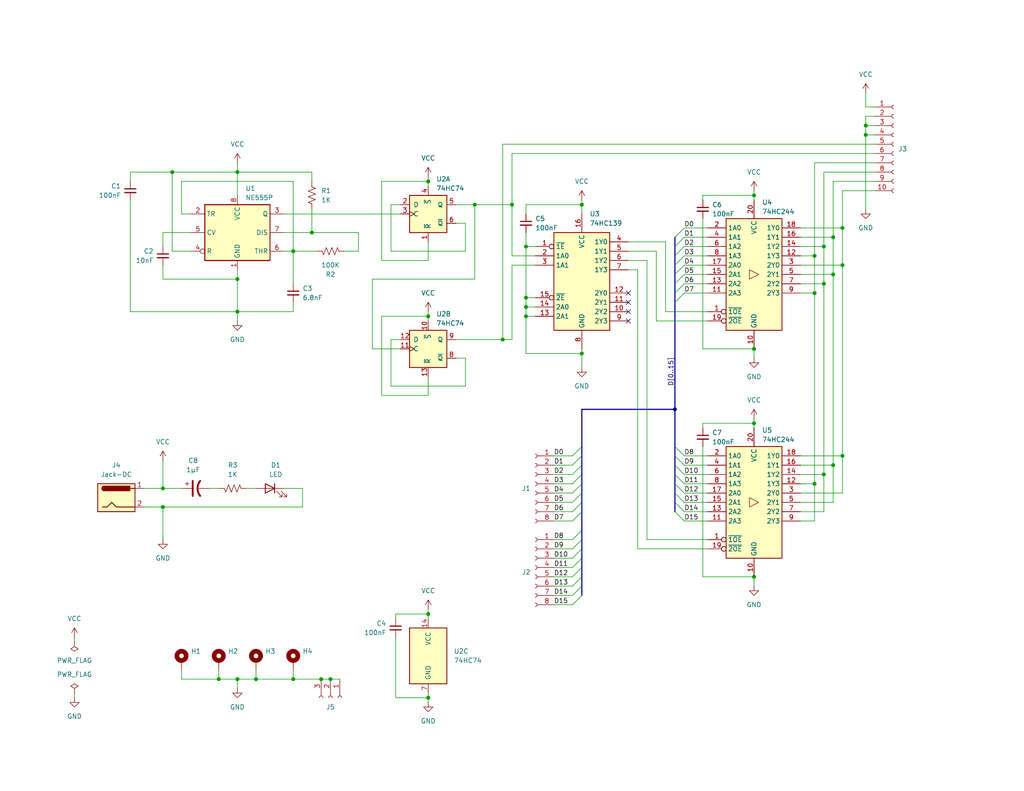
<source format=kicad_sch>
(kicad_sch (version 20250114) (generator "eeschema") (generator_version "9.0")
  (paper "USLetter")
  (lib_symbols
    (symbol "74xx:74HC244"
      (property "Reference" "U" (at -7.62 16.51 0))
      (property "Value" "74HC244" (at -7.62 -16.51 0))
      (symbol "74HC244_1_0"
        (polyline (pts (xy 1.27 0) (xy -1.27 1.27) (xy -1.27 -1.27) (xy 1.27 0)) (stroke (width 0.1524)))
        (pin input line (at -12.7 12.7 0) (length 5.08) (name "1A0") (number "2"))
        (pin input line (at -12.7 10.16 0) (length 5.08) (name "1A1") (number "4"))
        (pin input line (at -12.7 7.62 0) (length 5.08) (name "1A2") (number "6"))
        (pin input line (at -12.7 5.08 0) (length 5.08) (name "1A3") (number "8"))
        (pin input line (at -12.7 2.54 0) (length 5.08) (name "2A0") (number "17"))
        (pin input line (at -12.7 0 0) (length 5.08) (name "2A1") (number "15"))
        (pin input line (at -12.7 -2.54 0) (length 5.08) (name "2A2") (number "13"))
        (pin input line (at -12.7 -5.08 0) (length 5.08) (name "2A3") (number "11"))
        (pin input inverted (at -12.7 -10.16 0) (length 5.08) (name "~{1OE}") (number "1"))
        (pin input inverted (at -12.7 -12.7 0) (length 5.08) (name "~{2OE}") (number "19"))
        (pin power_in line (at 0 20.32 270) (length 5.08) (name "VCC") (number "20"))
        (pin power_in line (at 0 -20.32 90) (length 5.08) (name "GND") (number "10"))
        (pin tri_state line (at 12.7 12.7 180) (length 5.08) (name "1Y0") (number "18"))
        (pin tri_state line (at 12.7 10.16 180) (length 5.08) (name "1Y1") (number "16"))
        (pin tri_state line (at 12.7 7.62 180) (length 5.08) (name "1Y2") (number "14"))
        (pin tri_state line (at 12.7 5.08 180) (length 5.08) (name "1Y3") (number "12"))
        (pin tri_state line (at 12.7 2.54 180) (length 5.08) (name "2Y0") (number "3"))
        (pin tri_state line (at 12.7 0 180) (length 5.08) (name "2Y1") (number "5"))
        (pin tri_state line (at 12.7 -2.54 180) (length 5.08) (name "2Y2") (number "7"))
        (pin tri_state line (at 12.7 -5.08 180) (length 5.08) (name "2Y3") (number "9"))
      )
      (symbol "74HC244_1_1"
        (rectangle (start -7.62 15.24) (end 7.62 -15.24) (stroke (width 0.254)) (fill (type background)))
      )
    )
    (symbol "74xx:74HC74" (pin_names (offset 1.016))
      (property "Reference" "U" (at -7.62 8.89 0))
      (property "Value" "74HC74" (at -7.62 -8.89 0))
      (symbol "74HC74_1_0"
        (pin input line (at -7.62 2.54 0) (length 2.54) (name "D") (number "2"))
        (pin input clock (at -7.62 0 0) (length 2.54) (name "C") (number "3"))
        (pin input line (at 0 7.62 270) (length 2.54) (name "~{S}") (number "4"))
        (pin input line (at 0 -7.62 90) (length 2.54) (name "~{R}") (number "1"))
        (pin output line (at 7.62 2.54 180) (length 2.54) (name "Q") (number "5"))
        (pin output line (at 7.62 -2.54 180) (length 2.54) (name "~{Q}") (number "6"))
      )
      (symbol "74HC74_1_1"
        (rectangle (start -5.08 5.08) (end 5.08 -5.08) (stroke (width 0.254)) (fill (type background)))
      )
      (symbol "74HC74_2_0"
        (pin input line (at -7.62 2.54 0) (length 2.54) (name "D") (number "12"))
        (pin input clock (at -7.62 0 0) (length 2.54) (name "C") (number "11"))
        (pin input line (at 0 7.62 270) (length 2.54) (name "~{S}") (number "10"))
        (pin input line (at 0 -7.62 90) (length 2.54) (name "~{R}") (number "13"))
        (pin output line (at 7.62 2.54 180) (length 2.54) (name "Q") (number "9"))
        (pin output line (at 7.62 -2.54 180) (length 2.54) (name "~{Q}") (number "8"))
      )
      (symbol "74HC74_2_1"
        (rectangle (start -5.08 5.08) (end 5.08 -5.08) (stroke (width 0.254)) (fill (type background)))
      )
      (symbol "74HC74_3_0"
        (pin power_in line (at 0 10.16 270) (length 2.54) (name "VCC") (number "14"))
        (pin power_in line (at 0 -10.16 90) (length 2.54) (name "GND") (number "7"))
      )
      (symbol "74HC74_3_1"
        (rectangle (start -5.08 7.62) (end 5.08 -7.62) (stroke (width 0.254)) (fill (type background)))
      )
    )
    (symbol "Connector:Conn_01x03_Socket" (pin_names (offset 1.016) (hide yes))
      (property "Reference" "J" (at 0 5.08 0))
      (property "Value" "Conn_01x03_Socket" (at 0 -5.08 0))
      (symbol "Conn_01x03_Socket_1_1"
        (polyline (pts (xy -1.27 2.54) (xy -0.508 2.54)) (stroke (width 0.1524)))
        (polyline (pts (xy -1.27 0) (xy -0.508 0)) (stroke (width 0.1524)))
        (polyline (pts (xy -1.27 -2.54) (xy -0.508 -2.54)) (stroke (width 0.1524)))
        (arc (start 0 2.032) (mid -0.5058 2.54) (end 0 3.048) (stroke (width 0.1524)))
        (arc (start 0 -0.508) (mid -0.5058 0) (end 0 0.508) (stroke (width 0.1524)))
        (arc (start 0 -3.048) (mid -0.5058 -2.54) (end 0 -2.032) (stroke (width 0.1524)))
        (pin passive line (at -5.08 2.54 0) (length 3.81) (name "Pin_1") (number "1"))
        (pin passive line (at -5.08 0 0) (length 3.81) (name "Pin_2") (number "2"))
        (pin passive line (at -5.08 -2.54 0) (length 3.81) (name "Pin_3") (number "3"))
      )
    )
    (symbol "Connector:Conn_01x08_Socket" (pin_names (offset 1.016) (hide yes))
      (property "Reference" "J" (at 0 10.16 0))
      (property "Value" "Conn_01x08_Socket" (at 0 -12.7 0))
      (symbol "Conn_01x08_Socket_1_1"
        (polyline (pts (xy -1.27 7.62) (xy -0.508 7.62)) (stroke (width 0.1524)))
        (polyline (pts (xy -1.27 5.08) (xy -0.508 5.08)) (stroke (width 0.1524)))
        (polyline (pts (xy -1.27 2.54) (xy -0.508 2.54)) (stroke (width 0.1524)))
        (polyline (pts (xy -1.27 0) (xy -0.508 0)) (stroke (width 0.1524)))
        (polyline (pts (xy -1.27 -2.54) (xy -0.508 -2.54)) (stroke (width 0.1524)))
        (polyline (pts (xy -1.27 -5.08) (xy -0.508 -5.08)) (stroke (width 0.1524)))
        (polyline (pts (xy -1.27 -7.62) (xy -0.508 -7.62)) (stroke (width 0.1524)))
        (polyline (pts (xy -1.27 -10.16) (xy -0.508 -10.16)) (stroke (width 0.1524)))
        (arc (start 0 7.112) (mid -0.5058 7.62) (end 0 8.128) (stroke (width 0.1524)))
        (arc (start 0 4.572) (mid -0.5058 5.08) (end 0 5.588) (stroke (width 0.1524)))
        (arc (start 0 2.032) (mid -0.5058 2.54) (end 0 3.048) (stroke (width 0.1524)))
        (arc (start 0 -0.508) (mid -0.5058 0) (end 0 0.508) (stroke (width 0.1524)))
        (arc (start 0 -3.048) (mid -0.5058 -2.54) (end 0 -2.032) (stroke (width 0.1524)))
        (arc (start 0 -5.588) (mid -0.5058 -5.08) (end 0 -4.572) (stroke (width 0.1524)))
        (arc (start 0 -8.128) (mid -0.5058 -7.62) (end 0 -7.112) (stroke (width 0.1524)))
        (arc (start 0 -10.668) (mid -0.5058 -10.16) (end 0 -9.652) (stroke (width 0.1524)))
        (pin passive line (at -5.08 7.62 0) (length 3.81) (name "Pin_1") (number "1"))
        (pin passive line (at -5.08 5.08 0) (length 3.81) (name "Pin_2") (number "2"))
        (pin passive line (at -5.08 2.54 0) (length 3.81) (name "Pin_3") (number "3"))
        (pin passive line (at -5.08 0 0) (length 3.81) (name "Pin_4") (number "4"))
        (pin passive line (at -5.08 -2.54 0) (length 3.81) (name "Pin_5") (number "5"))
        (pin passive line (at -5.08 -5.08 0) (length 3.81) (name "Pin_6") (number "6"))
        (pin passive line (at -5.08 -7.62 0) (length 3.81) (name "Pin_7") (number "7"))
        (pin passive line (at -5.08 -10.16 0) (length 3.81) (name "Pin_8") (number "8"))
      )
    )
    (symbol "Connector:Conn_01x10_Socket" (pin_names (offset 1.016) (hide yes))
      (property "Reference" "J" (at 0 12.7 0))
      (property "Value" "Conn_01x10_Socket" (at 0 -15.24 0))
      (symbol "Conn_01x10_Socket_1_1"
        (polyline (pts (xy -1.27 10.16) (xy -0.508 10.16)) (stroke (width 0.1524)))
        (polyline (pts (xy -1.27 7.62) (xy -0.508 7.62)) (stroke (width 0.1524)))
        (polyline (pts (xy -1.27 5.08) (xy -0.508 5.08)) (stroke (width 0.1524)))
        (polyline (pts (xy -1.27 2.54) (xy -0.508 2.54)) (stroke (width 0.1524)))
        (polyline (pts (xy -1.27 0) (xy -0.508 0)) (stroke (width 0.1524)))
        (polyline (pts (xy -1.27 -2.54) (xy -0.508 -2.54)) (stroke (width 0.1524)))
        (polyline (pts (xy -1.27 -5.08) (xy -0.508 -5.08)) (stroke (width 0.1524)))
        (polyline (pts (xy -1.27 -7.62) (xy -0.508 -7.62)) (stroke (width 0.1524)))
        (polyline (pts (xy -1.27 -10.16) (xy -0.508 -10.16)) (stroke (width 0.1524)))
        (polyline (pts (xy -1.27 -12.7) (xy -0.508 -12.7)) (stroke (width 0.1524)))
        (arc (start 0 9.652) (mid -0.5058 10.16) (end 0 10.668) (stroke (width 0.1524)))
        (arc (start 0 7.112) (mid -0.5058 7.62) (end 0 8.128) (stroke (width 0.1524)))
        (arc (start 0 4.572) (mid -0.5058 5.08) (end 0 5.588) (stroke (width 0.1524)))
        (arc (start 0 2.032) (mid -0.5058 2.54) (end 0 3.048) (stroke (width 0.1524)))
        (arc (start 0 -0.508) (mid -0.5058 0) (end 0 0.508) (stroke (width 0.1524)))
        (arc (start 0 -3.048) (mid -0.5058 -2.54) (end 0 -2.032) (stroke (width 0.1524)))
        (arc (start 0 -5.588) (mid -0.5058 -5.08) (end 0 -4.572) (stroke (width 0.1524)))
        (arc (start 0 -8.128) (mid -0.5058 -7.62) (end 0 -7.112) (stroke (width 0.1524)))
        (arc (start 0 -10.668) (mid -0.5058 -10.16) (end 0 -9.652) (stroke (width 0.1524)))
        (arc (start 0 -13.208) (mid -0.5058 -12.7) (end 0 -12.192) (stroke (width 0.1524)))
        (pin passive line (at -5.08 10.16 0) (length 3.81) (name "Pin_1") (number "1"))
        (pin passive line (at -5.08 7.62 0) (length 3.81) (name "Pin_2") (number "2"))
        (pin passive line (at -5.08 5.08 0) (length 3.81) (name "Pin_3") (number "3"))
        (pin passive line (at -5.08 2.54 0) (length 3.81) (name "Pin_4") (number "4"))
        (pin passive line (at -5.08 0 0) (length 3.81) (name "Pin_5") (number "5"))
        (pin passive line (at -5.08 -2.54 0) (length 3.81) (name "Pin_6") (number "6"))
        (pin passive line (at -5.08 -5.08 0) (length 3.81) (name "Pin_7") (number "7"))
        (pin passive line (at -5.08 -7.62 0) (length 3.81) (name "Pin_8") (number "8"))
        (pin passive line (at -5.08 -10.16 0) (length 3.81) (name "Pin_9") (number "9"))
        (pin passive line (at -5.08 -12.7 0) (length 3.81) (name "Pin_10") (number "10"))
      )
    )
    (symbol "Connector:Jack-DC" (pin_names (offset 1.016))
      (property "Reference" "J" (at 0 5.334 0))
      (property "Value" "Jack-DC" (at 0 -5.08 0))
      (symbol "Jack-DC_0_1"
        (rectangle (start -5.08 3.81) (end 5.08 -3.81) (stroke (width 0.254)) (fill (type background)))
        (polyline (pts (xy -3.81 -2.54) (xy -2.54 -2.54) (xy -1.27 -1.27) (xy 0 -2.54) (xy 2.54 -2.54) (xy 5.08 -2.54)) (stroke (width 0.254)))
        (arc (start -3.302 1.905) (mid -3.9343 2.54) (end -3.302 3.175) (stroke (width 0.254)))
        (arc (start -3.302 1.905) (mid -3.9343 2.54) (end -3.302 3.175) (stroke (width 0.254)) (fill (type outline)))
        (rectangle (start 3.683 3.175) (end -3.302 1.905) (stroke (width 0.254)) (fill (type outline)))
        (polyline (pts (xy 5.08 2.54) (xy 3.81 2.54)) (stroke (width 0.254)))
      )
      (symbol "Jack-DC_1_1"
        (pin passive line (at 7.62 2.54 180) (length 2.54) (name "~") (number "1"))
        (pin passive line (at 7.62 -2.54 180) (length 2.54) (name "~") (number "2"))
      )
    )
    (symbol "Device:C_Polarized_US" (pin_numbers (hide yes)) (pin_names (offset 0.254) (hide yes))
      (property "Reference" "C" (at 0.635 2.54 0))
      (property "Value" "C_Polarized_US" (at 0.635 -2.54 0))
      (symbol "C_Polarized_US_0_1"
        (polyline (pts (xy -2.032 0.762) (xy 2.032 0.762)) (stroke (width 0.508)))
        (polyline (pts (xy -1.778 2.286) (xy -0.762 2.286)))
        (polyline (pts (xy -1.27 1.778) (xy -1.27 2.794)))
        (arc (start -2.032 -1.27) (mid 0 -0.5572) (end 2.032 -1.27) (stroke (width 0.508)))
      )
      (symbol "C_Polarized_US_1_1"
        (pin passive line (at 0 3.81 270) (length 2.794) (name "~") (number "1"))
        (pin passive line (at 0 -3.81 90) (length 3.302) (name "~") (number "2"))
      )
    )
    (symbol "Device:C_Small" (pin_numbers (hide yes)) (pin_names (offset 0.254) (hide yes))
      (property "Reference" "C" (at 0.254 1.778 0))
      (property "Value" "C_Small" (at 0.254 -2.032 0))
      (symbol "C_Small_0_1"
        (polyline (pts (xy -1.524 0.508) (xy 1.524 0.508)) (stroke (width 0.3048)))
        (polyline (pts (xy -1.524 -0.508) (xy 1.524 -0.508)) (stroke (width 0.3302)))
      )
      (symbol "C_Small_1_1"
        (pin passive line (at 0 2.54 270) (length 2.032) (name "~") (number "1"))
        (pin passive line (at 0 -2.54 90) (length 2.032) (name "~") (number "2"))
      )
    )
    (symbol "Device:LED" (pin_numbers (hide yes)) (pin_names (offset 1.016) (hide yes))
      (property "Reference" "D" (at 0 2.54 0))
      (property "Value" "LED" (at 0 -2.54 0))
      (symbol "LED_0_1"
        (polyline (pts (xy -3.048 -0.762) (xy -4.572 -2.286) (xy -3.81 -2.286) (xy -4.572 -2.286) (xy -4.572 -1.524)))
        (polyline (pts (xy -1.778 -0.762) (xy -3.302 -2.286) (xy -2.54 -2.286) (xy -3.302 -2.286) (xy -3.302 -1.524)))
        (polyline (pts (xy -1.27 0) (xy 1.27 0)))
        (polyline (pts (xy -1.27 -1.27) (xy -1.27 1.27)) (stroke (width 0.254)))
        (polyline (pts (xy 1.27 -1.27) (xy 1.27 1.27) (xy -1.27 0) (xy 1.27 -1.27)) (stroke (width 0.254)))
      )
      (symbol "LED_1_1"
        (pin passive line (at -3.81 0 0) (length 2.54) (name "K") (number "1"))
        (pin passive line (at 3.81 0 180) (length 2.54) (name "A") (number "2"))
      )
    )
    (symbol "Device:R_US" (pin_numbers (hide yes)) (pin_names (offset 0))
      (property "Reference" "R" (at 2.54 0 90))
      (property "Value" "R_US" (at -2.54 0 90))
      (symbol "R_US_0_1"
        (polyline (pts (xy 0 2.286) (xy 0 2.54)))
        (polyline (pts (xy 0 2.286) (xy 1.016 1.905) (xy 0 1.524) (xy -1.016 1.143) (xy 0 0.762)))
        (polyline (pts (xy 0 0.762) (xy 1.016 0.381) (xy 0 0) (xy -1.016 -0.381) (xy 0 -0.762)))
        (polyline (pts (xy 0 -0.762) (xy 1.016 -1.143) (xy 0 -1.524) (xy -1.016 -1.905) (xy 0 -2.286)))
        (polyline (pts (xy 0 -2.286) (xy 0 -2.54)))
      )
      (symbol "R_US_1_1"
        (pin passive line (at 0 3.81 270) (length 1.27) (name "~") (number "1"))
        (pin passive line (at 0 -3.81 90) (length 1.27) (name "~") (number "2"))
      )
    )
    (symbol "Mechanical:MountingHole_Pad" (pin_numbers (hide yes)) (pin_names (offset 1.016) (hide yes)) (in_bom no)
      (property "Reference" "H" (at 0 6.35 0))
      (property "Value" "MountingHole_Pad" (at 0 4.445 0))
      (symbol "MountingHole_Pad_0_1"
        (circle (center 0 1.27) (radius 1.27) (stroke (width 1.27)))
      )
      (symbol "MountingHole_Pad_1_1"
        (pin input line (at 0 -2.54 90) (length 2.54) (name "1") (number "1"))
      )
    )
    (symbol "Symbols:74HC139"
      (property "Reference" "U3" (at 2.1941 17.145 0))
      (property "Value" "74HC139" (at 2.1941 14.605 0))
      (symbol "74HC139_1_0"
        (pin input inverted (at -12.7 8.89 0) (length 5.08) (name "~{1E}") (number "1"))
        (pin input line (at -12.7 6.35 0) (length 5.08) (name "1A0") (number "2"))
        (pin input line (at -12.7 3.81 0) (length 5.08) (name "1A1") (number "3"))
        (pin input inverted (at -12.7 -5.08 0) (length 5.08) (name "~{2E}") (number "15"))
        (pin input line (at -12.7 -7.62 0) (length 5.08) (name "2A0") (number "14"))
        (pin input line (at -12.7 -10.16 0) (length 5.08) (name "2A1") (number "13"))
        (pin power_in line (at 0 17.78 270) (length 5.08) (name "VCC") (number "16"))
        (pin power_in line (at 0 -19.05 90) (length 5.08) (name "GND") (number "8"))
        (pin output line (at 12.7 10.16 180) (length 5.08) (name "1Y0") (number "4"))
        (pin output line (at 12.7 7.62 180) (length 5.08) (name "1Y1") (number "5"))
        (pin output line (at 12.7 5.08 180) (length 5.08) (name "1Y2") (number "6"))
        (pin output line (at 12.7 2.54 180) (length 5.08) (name "1Y3") (number "7"))
        (pin output line (at 12.7 -3.81 180) (length 5.08) (name "2Y0") (number "12"))
        (pin output line (at 12.7 -6.35 180) (length 5.08) (name "2Y1") (number "11"))
        (pin output line (at 12.7 -8.89 180) (length 5.08) (name "2Y2") (number "10"))
        (pin output line (at 12.7 -11.43 180) (length 5.08) (name "2Y3") (number "9"))
      )
      (symbol "74HC139_1_1"
        (rectangle (start -7.62 12.7) (end 7.62 -13.97) (stroke (width 0.254)) (fill (type background)))
      )
    )
    (symbol "Timer:NE555P"
      (property "Reference" "U" (at -10.16 8.89 0))
      (property "Value" "NE555P" (at 2.54 8.89 0))
      (symbol "NE555P_0_0"
        (pin power_in line (at 0 10.16 270) (length 2.54) (name "VCC") (number "8"))
        (pin power_in line (at 0 -10.16 90) (length 2.54) (name "GND") (number "1"))
      )
      (symbol "NE555P_0_1"
        (rectangle (start -8.89 -7.62) (end 8.89 7.62) (stroke (width 0.254)) (fill (type background)))
        (rectangle (start -8.89 -7.62) (end 8.89 7.62) (stroke (width 0.254)) (fill (type background)))
      )
      (symbol "NE555P_1_1"
        (pin input line (at -12.7 5.08 0) (length 3.81) (name "TR") (number "2"))
        (pin input line (at -12.7 0 0) (length 3.81) (name "CV") (number "5"))
        (pin input inverted (at -12.7 -5.08 0) (length 3.81) (name "R") (number "4"))
        (pin output line (at 12.7 5.08 180) (length 3.81) (name "Q") (number "3"))
        (pin input line (at 12.7 0 180) (length 3.81) (name "DIS") (number "7"))
        (pin input line (at 12.7 -5.08 180) (length 3.81) (name "THR") (number "6"))
      )
    )
    (symbol "power:GND" (power) (pin_numbers (hide yes)) (pin_names (offset 0) (hide yes))
      (property "Value" "GND" (at 0 -3.81 0))
      (symbol "GND_0_1"
        (polyline (pts (xy 0 0) (xy 0 -1.27) (xy 1.27 -1.27) (xy 0 -2.54) (xy -1.27 -1.27) (xy 0 -1.27)))
      )
      (symbol "GND_1_1"
        (pin power_in line (at 0 0 270) (length 0) (name "~") (number "1"))
      )
    )
    (symbol "power:PWR_FLAG" (power) (pin_numbers (hide yes)) (pin_names (offset 0) (hide yes))
      (property "Value" "PWR_FLAG" (at 0 3.81 0))
      (symbol "PWR_FLAG_0_0"
        (pin power_out line (at 0 0 90) (length 0) (name "~") (number "1"))
      )
      (symbol "PWR_FLAG_0_1"
        (polyline (pts (xy 0 0) (xy 0 1.27) (xy -1.016 1.905) (xy 0 2.54) (xy 1.016 1.905) (xy 0 1.27)))
      )
    )
    (symbol "power:VCC" (power) (pin_numbers (hide yes)) (pin_names (offset 0) (hide yes))
      (property "Value" "VCC" (at 0 3.556 0))
      (symbol "VCC_0_1"
        (polyline (pts (xy -0.762 1.27) (xy 0 2.54)))
        (polyline (pts (xy 0 2.54) (xy 0.762 1.27)))
        (polyline (pts (xy 0 0) (xy 0 2.54)))
      )
      (symbol "VCC_1_1"
        (pin power_in line (at 0 0 90) (length 0) (name "~") (number "1"))
      )
    )
  )
  (junction (at 229.87 62.23))
  (junction (at 143.51 86.36))
  (junction (at 116.84 49.53))
  (junction (at 158.75 96.52))
  (junction (at 116.84 190.5))
  (junction (at 227.33 127))
  (junction (at 229.87 124.46))
  (junction (at 90.17 185.42))
  (junction (at 236.22 34.29))
  (junction (at 224.79 129.54))
  (junction (at 129.54 55.88))
  (junction (at 116.84 167.64))
  (junction (at 229.87 72.39))
  (junction (at 59.69 185.42))
  (junction (at 143.51 67.31))
  (junction (at 143.51 81.28))
  (junction (at 227.33 74.93))
  (junction (at 205.74 115.57))
  (junction (at 64.77 46.99))
  (junction (at 44.45 133.35))
  (junction (at 224.79 67.31))
  (junction (at 64.77 185.42))
  (junction (at 64.77 76.2))
  (junction (at 227.33 64.77))
  (junction (at 222.25 80.01))
  (junction (at 205.74 95.25))
  (junction (at 87.63 185.42))
  (junction (at 224.79 77.47))
  (junction (at 85.09 63.5))
  (junction (at 69.85 185.42))
  (junction (at 137.16 92.71))
  (junction (at 222.25 132.08))
  (junction (at 205.74 53.34))
  (junction (at 80.01 68.58))
  (junction (at 139.7 55.88))
  (junction (at 80.01 185.42))
  (junction (at 116.84 86.36))
  (junction (at 143.51 83.82))
  (junction (at 44.45 138.43))
  (junction (at 158.75 55.88))
  (junction (at 236.22 36.83))
  (junction (at 222.25 69.85))
  (junction (at 205.74 157.48))
  (junction (at 46.99 46.99))
  (junction (at 184.15 111.76))
  (junction (at 64.77 85.09))
  (no_connect (at 171.45 87.63))
  (no_connect (at 171.45 82.55))
  (no_connect (at 171.45 85.09))
  (no_connect (at 171.45 80.01))
  (bus_entry (at 158.75 147.32) (size -2.54 2.54))
  (bus_entry (at 184.15 121.92) (size 2.54 2.54))
  (bus_entry (at 184.15 80.01) (size 2.54 -2.54))
  (bus_entry (at 158.75 154.94) (size -2.54 2.54))
  (bus_entry (at 158.75 124.46) (size -2.54 2.54))
  (bus_entry (at 158.75 121.92) (size -2.54 2.54))
  (bus_entry (at 184.15 124.46) (size 2.54 2.54))
  (bus_entry (at 158.75 149.86) (size -2.54 2.54))
  (bus_entry (at 184.15 139.7) (size 2.54 2.54))
  (bus_entry (at 158.75 134.62) (size -2.54 2.54))
  (bus_entry (at 158.75 132.08) (size -2.54 2.54))
  (bus_entry (at 158.75 127) (size -2.54 2.54))
  (bus_entry (at 184.15 69.85) (size 2.54 -2.54))
  (bus_entry (at 158.75 157.48) (size -2.54 2.54))
  (bus_entry (at 158.75 144.78) (size -2.54 2.54))
  (bus_entry (at 184.15 67.31) (size 2.54 -2.54))
  (bus_entry (at 184.15 134.62) (size 2.54 2.54))
  (bus_entry (at 184.15 129.54) (size 2.54 2.54))
  (bus_entry (at 158.75 152.4) (size -2.54 2.54))
  (bus_entry (at 184.15 127) (size 2.54 2.54))
  (bus_entry (at 184.15 132.08) (size 2.54 2.54))
  (bus_entry (at 184.15 74.93) (size 2.54 -2.54))
  (bus_entry (at 158.75 129.54) (size -2.54 2.54))
  (bus_entry (at 184.15 137.16) (size 2.54 2.54))
  (bus_entry (at 184.15 72.39) (size 2.54 -2.54))
  (bus_entry (at 158.75 137.16) (size -2.54 2.54))
  (bus_entry (at 158.75 160.02) (size -2.54 2.54))
  (bus_entry (at 184.15 64.77) (size 2.54 -2.54))
  (bus_entry (at 184.15 82.55) (size 2.54 -2.54))
  (bus_entry (at 158.75 162.56) (size -2.54 2.54))
  (bus_entry (at 158.75 139.7) (size -2.54 2.54))
  (bus_entry (at 184.15 77.47) (size 2.54 -2.54))
  (wire (pts (xy 218.44 142.24) (xy 222.25 142.24)))
  (wire (pts (xy 151.13 147.32) (xy 156.21 147.32)))
  (wire (pts (xy 186.69 129.54) (xy 193.04 129.54)))
  (bus (pts (xy 184.15 69.85) (xy 184.15 72.39)))
  (wire (pts (xy 59.69 182.88) (xy 59.69 185.42)))
  (wire (pts (xy 127 105.41) (xy 106.68 105.41)))
  (wire (pts (xy 151.13 152.4) (xy 156.21 152.4)))
  (wire (pts (xy 205.74 53.34) (xy 205.74 54.61)))
  (wire (pts (xy 173.99 149.86) (xy 193.04 149.86)))
  (wire (pts (xy 116.84 190.5) (xy 116.84 191.77)))
  (wire (pts (xy 106.68 105.41) (xy 106.68 92.71)))
  (wire (pts (xy 224.79 129.54) (xy 224.79 77.47)))
  (bus (pts (xy 184.15 132.08) (xy 184.15 134.62)))
  (bus (pts (xy 158.75 121.92) (xy 158.75 124.46)))
  (wire (pts (xy 116.84 71.12) (xy 104.14 71.12)))
  (bus (pts (xy 158.75 154.94) (xy 158.75 157.48)))
  (bus (pts (xy 184.15 72.39) (xy 184.15 74.93)))
  (bus (pts (xy 184.15 77.47) (xy 184.15 80.01)))
  (wire (pts (xy 129.54 76.2) (xy 101.6 76.2)))
  (bus (pts (xy 158.75 132.08) (xy 158.75 134.62)))
  (wire (pts (xy 116.84 189.23) (xy 116.84 190.5)))
  (wire (pts (xy 93.98 68.58) (xy 97.79 68.58)))
  (wire (pts (xy 179.07 87.63) (xy 193.04 87.63)))
  (bus (pts (xy 158.75 152.4) (xy 158.75 154.94)))
  (wire (pts (xy 218.44 69.85) (xy 222.25 69.85)))
  (wire (pts (xy 205.74 115.57) (xy 205.74 116.84)))
  (wire (pts (xy 218.44 72.39) (xy 229.87 72.39)))
  (bus (pts (xy 158.75 149.86) (xy 158.75 152.4)))
  (wire (pts (xy 35.56 54.61) (xy 35.56 85.09)))
  (wire (pts (xy 35.56 85.09) (xy 64.77 85.09)))
  (wire (pts (xy 139.7 72.39) (xy 146.05 72.39)))
  (wire (pts (xy 191.77 115.57) (xy 205.74 115.57)))
  (wire (pts (xy 44.45 138.43) (xy 44.45 147.32)))
  (wire (pts (xy 238.76 41.91) (xy 139.7 41.91)))
  (wire (pts (xy 116.84 48.26) (xy 116.84 49.53)))
  (wire (pts (xy 191.77 116.84) (xy 191.77 115.57)))
  (wire (pts (xy 69.85 182.88) (xy 69.85 185.42)))
  (wire (pts (xy 186.69 137.16) (xy 193.04 137.16)))
  (wire (pts (xy 171.45 68.58) (xy 179.07 68.58)))
  (wire (pts (xy 227.33 137.16) (xy 227.33 127)))
  (wire (pts (xy 171.45 66.04) (xy 181.61 66.04)))
  (wire (pts (xy 186.69 134.62) (xy 193.04 134.62)))
  (wire (pts (xy 137.16 39.37) (xy 238.76 39.37)))
  (wire (pts (xy 205.74 114.3) (xy 205.74 115.57)))
  (wire (pts (xy 124.46 97.79) (xy 127 97.79)))
  (wire (pts (xy 59.69 185.42) (xy 64.77 185.42)))
  (wire (pts (xy 107.95 190.5) (xy 116.84 190.5)))
  (wire (pts (xy 222.25 80.01) (xy 222.25 132.08)))
  (wire (pts (xy 236.22 36.83) (xy 238.76 36.83)))
  (wire (pts (xy 69.85 133.35) (xy 67.31 133.35)))
  (bus (pts (xy 158.75 111.76) (xy 158.75 121.92)))
  (wire (pts (xy 186.69 80.01) (xy 193.04 80.01)))
  (wire (pts (xy 107.95 173.99) (xy 107.95 190.5)))
  (bus (pts (xy 184.15 124.46) (xy 184.15 127)))
  (bus (pts (xy 158.75 144.78) (xy 158.75 147.32)))
  (wire (pts (xy 44.45 125.73) (xy 44.45 133.35)))
  (wire (pts (xy 116.84 107.95) (xy 104.14 107.95)))
  (wire (pts (xy 64.77 46.99) (xy 85.09 46.99)))
  (wire (pts (xy 191.77 53.34) (xy 205.74 53.34)))
  (wire (pts (xy 104.14 86.36) (xy 116.84 86.36)))
  (bus (pts (xy 184.15 67.31) (xy 184.15 69.85)))
  (wire (pts (xy 186.69 72.39) (xy 193.04 72.39)))
  (wire (pts (xy 80.01 182.88) (xy 80.01 185.42)))
  (wire (pts (xy 146.05 86.36) (xy 143.51 86.36)))
  (wire (pts (xy 46.99 46.99) (xy 64.77 46.99)))
  (wire (pts (xy 143.51 86.36) (xy 143.51 96.52)))
  (wire (pts (xy 101.6 76.2) (xy 101.6 95.25)))
  (bus (pts (xy 158.75 129.54) (xy 158.75 132.08)))
  (bus (pts (xy 184.15 129.54) (xy 184.15 132.08)))
  (wire (pts (xy 227.33 74.93) (xy 227.33 64.77)))
  (wire (pts (xy 151.13 129.54) (xy 156.21 129.54)))
  (wire (pts (xy 151.13 162.56) (xy 156.21 162.56)))
  (wire (pts (xy 186.69 139.7) (xy 193.04 139.7)))
  (wire (pts (xy 218.44 62.23) (xy 229.87 62.23)))
  (wire (pts (xy 151.13 154.94) (xy 156.21 154.94)))
  (wire (pts (xy 218.44 127) (xy 227.33 127)))
  (wire (pts (xy 77.47 133.35) (xy 82.55 133.35)))
  (wire (pts (xy 186.69 124.46) (xy 193.04 124.46)))
  (bus (pts (xy 158.75 134.62) (xy 158.75 137.16)))
  (wire (pts (xy 171.45 71.12) (xy 176.53 71.12)))
  (wire (pts (xy 49.53 58.42) (xy 49.53 49.53)))
  (wire (pts (xy 124.46 92.71) (xy 137.16 92.71)))
  (wire (pts (xy 127 97.79) (xy 127 105.41)))
  (wire (pts (xy 64.77 185.42) (xy 69.85 185.42)))
  (wire (pts (xy 229.87 62.23) (xy 229.87 52.07)))
  (wire (pts (xy 80.01 82.55) (xy 80.01 85.09)))
  (wire (pts (xy 85.09 63.5) (xy 97.79 63.5)))
  (wire (pts (xy 87.63 185.42) (xy 90.17 185.42)))
  (wire (pts (xy 107.95 168.91) (xy 107.95 167.64)))
  (wire (pts (xy 218.44 137.16) (xy 227.33 137.16)))
  (wire (pts (xy 129.54 55.88) (xy 139.7 55.88)))
  (wire (pts (xy 218.44 124.46) (xy 229.87 124.46)))
  (wire (pts (xy 82.55 133.35) (xy 82.55 138.43)))
  (wire (pts (xy 205.74 52.07) (xy 205.74 53.34)))
  (wire (pts (xy 127 68.58) (xy 106.68 68.58)))
  (wire (pts (xy 44.45 133.35) (xy 49.53 133.35)))
  (wire (pts (xy 151.13 134.62) (xy 156.21 134.62)))
  (wire (pts (xy 229.87 72.39) (xy 229.87 124.46)))
  (wire (pts (xy 186.69 67.31) (xy 193.04 67.31)))
  (wire (pts (xy 107.95 167.64) (xy 116.84 167.64)))
  (wire (pts (xy 227.33 64.77) (xy 227.33 49.53)))
  (wire (pts (xy 137.16 92.71) (xy 137.16 39.37)))
  (wire (pts (xy 222.25 69.85) (xy 222.25 80.01)))
  (bus (pts (xy 184.15 111.76) (xy 184.15 121.92)))
  (wire (pts (xy 137.16 92.71) (xy 139.7 92.71)))
  (wire (pts (xy 146.05 67.31) (xy 143.51 67.31)))
  (wire (pts (xy 236.22 36.83) (xy 236.22 57.15)))
  (wire (pts (xy 143.51 86.36) (xy 143.51 83.82)))
  (wire (pts (xy 158.75 95.25) (xy 158.75 96.52)))
  (bus (pts (xy 184.15 80.01) (xy 184.15 82.55)))
  (wire (pts (xy 64.77 85.09) (xy 80.01 85.09)))
  (wire (pts (xy 218.44 74.93) (xy 227.33 74.93)))
  (wire (pts (xy 44.45 138.43) (xy 82.55 138.43)))
  (wire (pts (xy 129.54 55.88) (xy 129.54 76.2)))
  (wire (pts (xy 222.25 44.45) (xy 238.76 44.45)))
  (wire (pts (xy 173.99 73.66) (xy 173.99 149.86)))
  (bus (pts (xy 184.15 137.16) (xy 184.15 139.7)))
  (wire (pts (xy 116.84 86.36) (xy 116.84 87.63)))
  (wire (pts (xy 80.01 185.42) (xy 87.63 185.42)))
  (wire (pts (xy 39.37 133.35) (xy 44.45 133.35)))
  (wire (pts (xy 64.77 85.09) (xy 64.77 87.63)))
  (wire (pts (xy 186.69 74.93) (xy 193.04 74.93)))
  (wire (pts (xy 236.22 34.29) (xy 238.76 34.29)))
  (wire (pts (xy 151.13 132.08) (xy 156.21 132.08)))
  (wire (pts (xy 191.77 121.92) (xy 191.77 157.48)))
  (wire (pts (xy 218.44 132.08) (xy 222.25 132.08)))
  (wire (pts (xy 151.13 160.02) (xy 156.21 160.02)))
  (wire (pts (xy 52.07 63.5) (xy 44.45 63.5)))
  (wire (pts (xy 171.45 73.66) (xy 173.99 73.66)))
  (wire (pts (xy 158.75 96.52) (xy 158.75 100.33)))
  (wire (pts (xy 139.7 41.91) (xy 139.7 55.88)))
  (bus (pts (xy 158.75 157.48) (xy 158.75 160.02)))
  (wire (pts (xy 39.37 138.43) (xy 44.45 138.43)))
  (wire (pts (xy 176.53 71.12) (xy 176.53 147.32)))
  (wire (pts (xy 106.68 55.88) (xy 106.68 68.58)))
  (wire (pts (xy 218.44 134.62) (xy 229.87 134.62)))
  (wire (pts (xy 186.69 127) (xy 193.04 127)))
  (wire (pts (xy 218.44 77.47) (xy 224.79 77.47)))
  (bus (pts (xy 184.15 64.77) (xy 184.15 67.31)))
  (wire (pts (xy 80.01 49.53) (xy 80.01 68.58)))
  (wire (pts (xy 139.7 92.71) (xy 139.7 72.39)))
  (wire (pts (xy 151.13 142.24) (xy 156.21 142.24)))
  (wire (pts (xy 158.75 54.61) (xy 158.75 55.88)))
  (wire (pts (xy 104.14 71.12) (xy 104.14 49.53)))
  (wire (pts (xy 236.22 31.75) (xy 236.22 34.29)))
  (bus (pts (xy 158.75 160.02) (xy 158.75 162.56)))
  (wire (pts (xy 238.76 31.75) (xy 236.22 31.75)))
  (bus (pts (xy 184.15 74.93) (xy 184.15 77.47)))
  (wire (pts (xy 191.77 59.69) (xy 191.77 95.25)))
  (wire (pts (xy 218.44 139.7) (xy 224.79 139.7)))
  (wire (pts (xy 222.25 142.24) (xy 222.25 132.08)))
  (wire (pts (xy 227.33 127) (xy 227.33 74.93)))
  (wire (pts (xy 186.69 132.08) (xy 193.04 132.08)))
  (wire (pts (xy 186.69 77.47) (xy 193.04 77.47)))
  (wire (pts (xy 44.45 72.39) (xy 44.45 76.2)))
  (wire (pts (xy 35.56 46.99) (xy 46.99 46.99)))
  (wire (pts (xy 222.25 69.85) (xy 222.25 44.45)))
  (wire (pts (xy 35.56 49.53) (xy 35.56 46.99)))
  (wire (pts (xy 116.84 49.53) (xy 116.84 50.8)))
  (wire (pts (xy 139.7 69.85) (xy 146.05 69.85)))
  (wire (pts (xy 85.09 57.15) (xy 85.09 63.5)))
  (wire (pts (xy 218.44 129.54) (xy 224.79 129.54)))
  (wire (pts (xy 49.53 49.53) (xy 80.01 49.53)))
  (wire (pts (xy 116.84 167.64) (xy 116.84 168.91)))
  (wire (pts (xy 59.69 133.35) (xy 57.15 133.35)))
  (wire (pts (xy 143.51 67.31) (xy 143.51 81.28)))
  (wire (pts (xy 77.47 63.5) (xy 85.09 63.5)))
  (wire (pts (xy 186.69 64.77) (xy 193.04 64.77)))
  (wire (pts (xy 116.84 85.09) (xy 116.84 86.36)))
  (wire (pts (xy 191.77 95.25) (xy 205.74 95.25)))
  (wire (pts (xy 224.79 67.31) (xy 224.79 46.99)))
  (bus (pts (xy 158.75 137.16) (xy 158.75 139.7)))
  (wire (pts (xy 186.69 62.23) (xy 193.04 62.23)))
  (wire (pts (xy 64.77 76.2) (xy 64.77 85.09)))
  (bus (pts (xy 184.15 127) (xy 184.15 129.54)))
  (wire (pts (xy 236.22 29.21) (xy 236.22 25.4)))
  (wire (pts (xy 52.07 68.58) (xy 46.99 68.58)))
  (wire (pts (xy 143.51 81.28) (xy 146.05 81.28)))
  (bus (pts (xy 158.75 139.7) (xy 158.75 144.78)))
  (wire (pts (xy 151.13 137.16) (xy 156.21 137.16)))
  (wire (pts (xy 143.51 83.82) (xy 146.05 83.82)))
  (wire (pts (xy 151.13 124.46) (xy 156.21 124.46)))
  (wire (pts (xy 20.32 173.99) (xy 20.32 175.26)))
  (wire (pts (xy 64.77 185.42) (xy 64.77 187.96)))
  (wire (pts (xy 124.46 55.88) (xy 129.54 55.88)))
  (wire (pts (xy 151.13 149.86) (xy 156.21 149.86)))
  (wire (pts (xy 151.13 139.7) (xy 156.21 139.7)))
  (wire (pts (xy 218.44 80.01) (xy 222.25 80.01)))
  (wire (pts (xy 139.7 55.88) (xy 139.7 69.85)))
  (wire (pts (xy 143.51 63.5) (xy 143.51 67.31)))
  (bus (pts (xy 158.75 147.32) (xy 158.75 149.86)))
  (bus (pts (xy 158.75 124.46) (xy 158.75 127)))
  (wire (pts (xy 46.99 68.58) (xy 46.99 46.99)))
  (wire (pts (xy 97.79 68.58) (xy 97.79 63.5)))
  (wire (pts (xy 143.51 96.52) (xy 158.75 96.52)))
  (wire (pts (xy 151.13 165.1) (xy 156.21 165.1)))
  (wire (pts (xy 20.32 189.23) (xy 20.32 190.5)))
  (wire (pts (xy 52.07 58.42) (xy 49.53 58.42)))
  (wire (pts (xy 143.51 81.28) (xy 143.51 83.82)))
  (wire (pts (xy 186.69 69.85) (xy 193.04 69.85)))
  (bus (pts (xy 158.75 111.76) (xy 184.15 111.76)))
  (wire (pts (xy 90.17 185.42) (xy 92.71 185.42)))
  (wire (pts (xy 80.01 68.58) (xy 86.36 68.58)))
  (wire (pts (xy 64.77 46.99) (xy 64.77 53.34)))
  (wire (pts (xy 176.53 147.32) (xy 193.04 147.32)))
  (wire (pts (xy 229.87 52.07) (xy 238.76 52.07)))
  (wire (pts (xy 151.13 127) (xy 156.21 127)))
  (wire (pts (xy 80.01 68.58) (xy 77.47 68.58)))
  (wire (pts (xy 44.45 76.2) (xy 64.77 76.2)))
  (wire (pts (xy 85.09 49.53) (xy 85.09 46.99)))
  (wire (pts (xy 127 60.96) (xy 127 68.58)))
  (wire (pts (xy 69.85 185.42) (xy 80.01 185.42)))
  (wire (pts (xy 104.14 107.95) (xy 104.14 86.36)))
  (wire (pts (xy 229.87 134.62) (xy 229.87 124.46)))
  (wire (pts (xy 124.46 60.96) (xy 127 60.96)))
  (wire (pts (xy 224.79 77.47) (xy 224.79 67.31)))
  (wire (pts (xy 186.69 142.24) (xy 193.04 142.24)))
  (wire (pts (xy 64.77 73.66) (xy 64.77 76.2)))
  (wire (pts (xy 229.87 62.23) (xy 229.87 72.39)))
  (wire (pts (xy 181.61 66.04) (xy 181.61 85.09)))
  (wire (pts (xy 179.07 68.58) (xy 179.07 87.63)))
  (wire (pts (xy 80.01 68.58) (xy 80.01 77.47)))
  (bus (pts (xy 184.15 121.92) (xy 184.15 124.46)))
  (wire (pts (xy 236.22 34.29) (xy 236.22 36.83)))
  (wire (pts (xy 101.6 95.25) (xy 109.22 95.25)))
  (wire (pts (xy 224.79 46.99) (xy 238.76 46.99)))
  (wire (pts (xy 205.74 157.48) (xy 205.74 160.02)))
  (wire (pts (xy 238.76 29.21) (xy 236.22 29.21)))
  (wire (pts (xy 205.74 95.25) (xy 205.74 97.79)))
  (wire (pts (xy 218.44 64.77) (xy 227.33 64.77)))
  (wire (pts (xy 116.84 166.37) (xy 116.84 167.64)))
  (wire (pts (xy 227.33 49.53) (xy 238.76 49.53)))
  (wire (pts (xy 158.75 55.88) (xy 158.75 58.42)))
  (bus (pts (xy 158.75 127) (xy 158.75 129.54)))
  (wire (pts (xy 143.51 55.88) (xy 158.75 55.88)))
  (wire (pts (xy 44.45 63.5) (xy 44.45 67.31)))
  (wire (pts (xy 191.77 54.61) (xy 191.77 53.34)))
  (wire (pts (xy 64.77 44.45) (xy 64.77 46.99)))
  (wire (pts (xy 218.44 67.31) (xy 224.79 67.31)))
  (wire (pts (xy 151.13 157.48) (xy 156.21 157.48)))
  (wire (pts (xy 77.47 58.42) (xy 109.22 58.42)))
  (wire (pts (xy 116.84 71.12) (xy 116.84 66.04)))
  (wire (pts (xy 116.84 102.87) (xy 116.84 107.95)))
  (wire (pts (xy 106.68 55.88) (xy 109.22 55.88)))
  (wire (pts (xy 104.14 49.53) (xy 116.84 49.53)))
  (wire (pts (xy 106.68 92.71) (xy 109.22 92.71)))
  (wire (pts (xy 224.79 139.7) (xy 224.79 129.54)))
  (wire (pts (xy 49.53 182.88) (xy 49.53 185.42)))
  (wire (pts (xy 191.77 157.48) (xy 205.74 157.48)))
  (wire (pts (xy 49.53 185.42) (xy 59.69 185.42)))
  (wire (pts (xy 143.51 58.42) (xy 143.51 55.88)))
  (bus (pts (xy 184.15 134.62) (xy 184.15 137.16)))
  (wire (pts (xy 181.61 85.09) (xy 193.04 85.09)))
  (bus (pts (xy 184.15 82.55) (xy 184.15 111.76)))
  (label "D14" (at 186.69 139.7 0))
  (label "D10" (at 186.69 129.54 0))
  (label "D6" (at 151.13 139.7 0))
  (label "D1" (at 186.69 64.77 0))
  (label "D13" (at 186.69 137.16 0))
  (label "D0" (at 186.69 62.23 0))
  (label "D11" (at 151.13 154.94 0))
  (label "D15" (at 151.13 165.1 0))
  (label "D5" (at 186.69 74.93 0))
  (label "D7" (at 151.13 142.24 0))
  (label "D8" (at 186.69 124.46 0))
  (label "D[0..15]" (at 184.15 105.41 90))
  (label "D9" (at 151.13 149.86 0))
  (label "D11" (at 186.69 132.08 0))
  (label "D5" (at 151.13 137.16 0))
  (label "D9" (at 186.69 127 0))
  (label "D13" (at 151.13 160.02 0))
  (label "D14" (at 151.13 162.56 0))
  (label "D0" (at 151.13 124.46 0))
  (label "D10" (at 151.13 152.4 0))
  (label "D3" (at 186.69 69.85 0))
  (label "D6" (at 186.69 77.47 0))
  (label "D12" (at 151.13 157.48 0))
  (label "D2" (at 151.13 129.54 0))
  (label "D3" (at 151.13 132.08 0))
  (label "D4" (at 186.69 72.39 0))
  (label "D4" (at 151.13 134.62 0))
  (label "D7" (at 186.69 80.01 0))
  (label "D1" (at 151.13 127 0))
  (label "D8" (at 151.13 147.32 0))
  (label "D15" (at 186.69 142.24 0))
  (label "D12" (at 186.69 134.62 0))
  (label "D2" (at 186.69 67.31 0))
  (symbol (lib_id "power:GND") (at 158.75 100.33 0) (unit 1)
    (property "Reference" "#PWR011" (effects (hide yes)))
    (property "Value" "GND" (at 158.75 105.41 0))
    (property "Description" "Power symbol creates a global label with name \"GND\" , ground" (effects (hide yes)))
  )
  (symbol (lib_id "power:VCC") (at 116.84 85.09 0) (unit 1)
    (property "Reference" "#PWR07" (effects (hide yes)))
    (property "Value" "VCC" (at 116.84 80.01 0))
    (property "Description" "Power symbol creates a global label with name \"VCC\"" (effects (hide yes)))
  )
  (symbol (lib_id "Mechanical:MountingHole_Pad") (at 69.85 180.34 0) (unit 1) (in_bom no)
    (property "Reference" "H3" (at 72.39 177.7999 0) (effects (justify left)))
    (property "Value" "MountingHole_Pad" (effects (hide yes)))
    (property "Footprint" "MountingHole:MountingHole_2.2mm_M2_DIN965_Pad" (effects (hide yes)))
    (property "Description" "Mounting Hole with connection" (effects (hide yes)))
  )
  (symbol (lib_id "power:GND") (at 205.74 97.79 0) (unit 1)
    (property "Reference" "#PWR013" (effects (hide yes)))
    (property "Value" "GND" (at 205.74 102.87 0))
    (property "Description" "Power symbol creates a global label with name \"GND\" , ground" (effects (hide yes)))
  )
  (symbol (lib_id "Device:R_US") (at 90.17 68.58 90) (mirror x) (unit 1)
    (property "Reference" "R2" (at 90.17 74.93 90))
    (property "Value" "100K" (at 90.17 72.39 90))
    (property "Footprint" "Resistor_THT:R_Axial_DIN0207_L6.3mm_D2.5mm_P7.62mm_Horizontal" (effects (hide yes)))
  )
  (symbol (lib_id "power:VCC") (at 44.45 125.73 0) (unit 1)
    (property "Reference" "#PWR018" (effects (hide yes)))
    (property "Value" "VCC" (at 44.45 120.65 0))
    (property "Description" "Power symbol creates a global label with name \"VCC\"" (effects (hide yes)))
  )
  (symbol (lib_id "Device:R_US") (at 63.5 133.35 270) (mirror x) (unit 1)
    (property "Reference" "R3" (at 63.5 127 90))
    (property "Value" "1K" (at 63.5 129.54 90))
    (property "Footprint" "Resistor_THT:R_Axial_DIN0207_L6.3mm_D2.5mm_P7.62mm_Horizontal" (effects (hide yes)))
    (property "Description" "Resistor, US symbol" (effects (hide yes)))
  )
  (symbol (lib_id "Device:C_Small") (at 191.77 57.15 0) (unit 1)
    (property "Reference" "C6" (at 194.31 55.8862 0) (effects (justify left)))
    (property "Value" "100nF" (at 194.31 58.4262 0) (effects (justify left)))
    (property "Footprint" "Capacitor_THT:C_Disc_D3.0mm_W1.6mm_P2.50mm" (effects (hide yes)))
  )
  (symbol (lib_id "Device:C_Small") (at 143.51 60.96 0) (unit 1)
    (property "Reference" "C5" (at 146.05 59.6962 0) (effects (justify left)))
    (property "Value" "100nF" (at 146.05 62.2362 0) (effects (justify left)))
    (property "Footprint" "Capacitor_THT:C_Disc_D3.0mm_W1.6mm_P2.50mm" (effects (hide yes)))
  )
  (symbol (lib_id "Symbols:74HC139") (at 158.75 76.2 0) (unit 1)
    (property "Reference" "U3" (at 160.8933 58.42 0) (effects (justify left)))
    (property "Value" "74HC139" (at 160.8933 60.96 0) (effects (justify left)))
    (property "Footprint" "Package_DIP:DIP-16_W7.62mm_Socket" (effects (hide yes)))
    (property "Datasheet" "https://www.ti.com/lit/ds/symlink/cd74hc139.pdf" (effects (hide yes)))
  )
  (symbol (lib_id "power:GND") (at 20.32 190.5 0) (unit 1)
    (property "Reference" "#PWR02" (effects (hide yes)))
    (property "Value" "GND" (at 20.32 195.58 0))
    (property "Description" "Power symbol creates a global label with name \"GND\" , ground" (effects (hide yes)))
  )
  (symbol (lib_id "Connector:Conn_01x08_Socket") (at 146.05 132.08 0) (mirror y) (unit 1)
    (property "Reference" "J1" (at 144.78 133.3499 0) (effects (justify left)))
    (property "Value" "Conn_01x08_Socket" (effects (hide yes)))
    (property "Footprint" "Connector_PinSocket_2.54mm:PinSocket_1x08_P2.54mm_Vertical" (effects (hide yes)))
    (property "Description" "Generic connector, single row, 01x08, script generated" (effects (hide yes)))
  )
  (symbol (lib_id "power:GND") (at 64.77 87.63 0) (unit 1)
    (property "Reference" "#PWR04" (effects (hide yes)))
    (property "Value" "GND" (at 64.77 92.71 0))
    (property "Description" "Power symbol creates a global label with name \"GND\" , ground" (effects (hide yes)))
  )
  (symbol (lib_id "power:GND") (at 116.84 191.77 0) (unit 1)
    (property "Reference" "#PWR09" (effects (hide yes)))
    (property "Value" "GND" (at 116.84 196.85 0))
    (property "Description" "Power symbol creates a global label with name \"GND\" , ground" (effects (hide yes)))
  )
  (symbol (lib_id "74xx:74HC244") (at 205.74 74.93 0) (unit 1)
    (property "Reference" "U4" (at 207.9341 55.245 0) (effects (justify left)))
    (property "Value" "74HC244" (at 207.9341 57.785 0) (effects (justify left)))
    (property "Footprint" "Package_DIP:DIP-20_W7.62mm_Socket" (effects (hide yes)))
    (property "Datasheet" "https://assets.nexperia.com/documents/data-sheet/74HC_HCT244.pdf" (effects (hide yes)))
  )
  (symbol (lib_id "Device:C_Small") (at 191.77 119.38 0) (unit 1)
    (property "Reference" "C7" (at 194.31 118.1162 0) (effects (justify left)))
    (property "Value" "100nF" (at 194.31 120.6562 0) (effects (justify left)))
    (property "Footprint" "Capacitor_THT:C_Disc_D3.0mm_W1.6mm_P2.50mm" (effects (hide yes)))
  )
  (symbol (lib_id "Device:C_Small") (at 107.95 171.45 0) (mirror y) (unit 1)
    (property "Reference" "C4" (at 105.41 170.1862 0) (effects (justify left)))
    (property "Value" "100nF" (at 105.41 172.7262 0) (effects (justify left)))
    (property "Footprint" "Capacitor_THT:C_Disc_D3.0mm_W1.6mm_P2.50mm" (effects (hide yes)))
  )
  (symbol (lib_id "power:VCC") (at 205.74 52.07 0) (unit 1)
    (property "Reference" "#PWR012" (effects (hide yes)))
    (property "Value" "VCC" (at 205.74 46.99 0))
    (property "Description" "Power symbol creates a global label with name \"VCC\"" (effects (hide yes)))
  )
  (symbol (lib_id "power:VCC") (at 20.32 173.99 0) (unit 1)
    (property "Reference" "#PWR01" (effects (hide yes)))
    (property "Value" "VCC" (at 20.32 168.91 0))
    (property "Description" "Power symbol creates a global label with name \"VCC\"" (effects (hide yes)))
  )
  (symbol (lib_id "Connector:Conn_01x10_Socket") (at 243.84 39.37 0) (unit 1)
    (property "Reference" "J3" (at 245.11 40.6399 0) (effects (justify left)))
    (property "Value" "Conn_01x10_Socket" (effects (hide yes)))
    (property "Footprint" "Connector_PinSocket_2.54mm:PinSocket_1x10_P2.54mm_Vertical" (effects (hide yes)))
    (property "Description" "Generic connector, single row, 01x10, script generated" (effects (hide yes)))
  )
  (symbol (lib_id "power:PWR_FLAG") (at 20.32 189.23 0) (unit 1)
    (property "Reference" "#FLG02" (effects (hide yes)))
    (property "Value" "PWR_FLAG" (at 20.32 184.15 0))
    (property "Description" "Special symbol for telling ERC where power comes from" (effects (hide yes)))
  )
  (symbol (lib_id "power:GND") (at 64.77 187.96 0) (unit 1)
    (property "Reference" "#PWR05" (effects (hide yes)))
    (property "Value" "GND" (at 64.77 193.04 0))
    (property "Description" "Power symbol creates a global label with name \"GND\" , ground" (effects (hide yes)))
  )
  (symbol (lib_id "Connector:Jack-DC") (at 31.75 135.89 0) (unit 1)
    (property "Reference" "J4" (at 31.75 127 0))
    (property "Value" "Jack-DC" (at 31.75 129.54 0))
    (property "Footprint" "Connector_BarrelJack:BarrelJack_CUI_PJ-063AH_Horizontal" (effects (hide yes)))
    (property "Description" "DC Barrel Jack" (effects (hide yes)))
  )
  (symbol (lib_id "power:VCC") (at 158.75 54.61 0) (unit 1)
    (property "Reference" "#PWR010" (effects (hide yes)))
    (property "Value" "VCC" (at 158.75 49.53 0))
    (property "Description" "Power symbol creates a global label with name \"VCC\"" (effects (hide yes)))
  )
  (symbol (lib_id "74xx:74HC74") (at 116.84 179.07 0) (unit 3)
    (property "Reference" "U2" (at 123.825 177.8 0) (effects (justify left)))
    (property "Value" "74HC74" (at 123.825 180.34 0) (effects (justify left)))
    (property "Footprint" "Package_DIP:DIP-14_W7.62mm_Socket" (effects (hide yes)))
    (property "Datasheet" "74xx/74hc_hct74.pdf" (effects (hide yes)))
  )
  (symbol (lib_id "Mechanical:MountingHole_Pad") (at 80.01 180.34 0) (unit 1) (in_bom no)
    (property "Reference" "H4" (at 82.55 177.7999 0) (effects (justify left)))
    (property "Value" "MountingHole_Pad" (effects (hide yes)))
    (property "Footprint" "MountingHole:MountingHole_2.2mm_M2_DIN965_Pad" (effects (hide yes)))
    (property "Description" "Mounting Hole with connection" (effects (hide yes)))
  )
  (symbol (lib_id "power:VCC") (at 116.84 48.26 0) (unit 1)
    (property "Reference" "#PWR06" (effects (hide yes)))
    (property "Value" "VCC" (at 116.84 43.18 0))
    (property "Description" "Power symbol creates a global label with name \"VCC\"" (effects (hide yes)))
  )
  (symbol (lib_id "Device:C_Small") (at 44.45 69.85 0) (mirror y) (unit 1)
    (property "Reference" "C2" (at 41.91 68.5862 0) (effects (justify left)))
    (property "Value" "10nF" (at 41.91 71.1262 0) (effects (justify left)))
    (property "Footprint" "Capacitor_THT:C_Disc_D3.0mm_W1.6mm_P2.50mm" (effects (hide yes)))
  )
  (symbol (lib_id "power:VCC") (at 64.77 44.45 0) (unit 1)
    (property "Reference" "#PWR03" (effects (hide yes)))
    (property "Value" "VCC" (at 64.77 39.37 0))
    (property "Description" "Power symbol creates a global label with name \"VCC\"" (effects (hide yes)))
  )
  (symbol (lib_id "Mechanical:MountingHole_Pad") (at 59.69 180.34 0) (unit 1) (in_bom no)
    (property "Reference" "H2" (at 62.23 177.7999 0) (effects (justify left)))
    (property "Value" "MountingHole_Pad" (effects (hide yes)))
    (property "Footprint" "MountingHole:MountingHole_2.2mm_M2_DIN965_Pad" (effects (hide yes)))
    (property "Description" "Mounting Hole with connection" (effects (hide yes)))
  )
  (symbol (lib_id "power:GND") (at 205.74 160.02 0) (unit 1)
    (property "Reference" "#PWR015" (effects (hide yes)))
    (property "Value" "GND" (at 205.74 165.1 0))
    (property "Description" "Power symbol creates a global label with name \"GND\" , ground" (effects (hide yes)))
  )
  (symbol (lib_id "power:PWR_FLAG") (at 20.32 175.26 180) (unit 1)
    (property "Reference" "#FLG01" (effects (hide yes)))
    (property "Value" "PWR_FLAG" (at 20.32 180.34 0))
    (property "Description" "Special symbol for telling ERC where power comes from" (effects (hide yes)))
  )
  (symbol (lib_id "Device:C_Small") (at 80.01 80.01 0) (unit 1)
    (property "Reference" "C3" (at 82.55 78.7462 0) (effects (justify left)))
    (property "Value" "6.8nF" (at 82.55 81.2862 0) (effects (justify left)))
    (property "Footprint" "Capacitor_THT:C_Disc_D4.3mm_W1.9mm_P5.00mm" (effects (hide yes)))
  )
  (symbol (lib_id "Device:LED") (at 73.66 133.35 0) (mirror y) (unit 1)
    (property "Reference" "D1" (at 75.2475 127 0))
    (property "Value" "LED" (at 75.2475 129.54 0))
    (property "Footprint" "LED_THT:LED_D3.0mm" (effects (hide yes)))
    (property "Description" "Light emitting diode" (effects (hide yes)))
    (property "Sim.Pins" "1=K 2=A" (effects (hide yes)))
  )
  (symbol (lib_id "Device:C_Small") (at 35.56 52.07 0) (mirror y) (unit 1)
    (property "Reference" "C1" (at 33.02 50.8062 0) (effects (justify left)))
    (property "Value" "100nF" (at 33.02 53.3462 0) (effects (justify left)))
    (property "Footprint" "Capacitor_THT:C_Disc_D3.0mm_W1.6mm_P2.50mm" (effects (hide yes)))
  )
  (symbol (lib_id "Timer:NE555P") (at 64.77 63.5 0) (unit 1)
    (property "Reference" "U1" (at 66.9641 51.435 0) (effects (justify left)))
    (property "Value" "NE555P" (at 66.9641 53.975 0) (effects (justify left)))
    (property "Footprint" "Package_DIP:DIP-8_W7.62mm_Socket" (effects (hide yes)))
    (property "Datasheet" "http://www.ti.com/lit/ds/symlink/ne555.pdf" (effects (hide yes)))
  )
  (symbol (lib_id "power:GND") (at 236.22 57.15 0) (unit 1)
    (property "Reference" "#PWR017" (effects (hide yes)))
    (property "Value" "GND" (at 236.22 62.23 0))
    (property "Description" "Power symbol creates a global label with name \"GND\" , ground" (effects (hide yes)))
  )
  (symbol (lib_id "power:VCC") (at 116.84 166.37 0) (unit 1)
    (property "Reference" "#PWR08" (effects (hide yes)))
    (property "Value" "VCC" (at 116.84 161.29 0))
    (property "Description" "Power symbol creates a global label with name \"VCC\"" (effects (hide yes)))
  )
  (symbol (lib_id "power:VCC") (at 236.22 25.4 0) (unit 1)
    (property "Reference" "#PWR016" (effects (hide yes)))
    (property "Value" "VCC" (at 236.22 20.32 0))
    (property "Description" "Power symbol creates a global label with name \"VCC\"" (effects (hide yes)))
  )
  (symbol (lib_id "power:GND") (at 44.45 147.32 0) (unit 1)
    (property "Reference" "#PWR019" (effects (hide yes)))
    (property "Value" "GND" (at 44.45 152.4 0))
    (property "Description" "Power symbol creates a global label with name \"GND\" , ground" (effects (hide yes)))
  )
  (symbol (lib_id "74xx:74HC74") (at 116.84 58.42 0) (unit 1)
    (property "Reference" "U2" (at 119.0341 48.895 0) (effects (justify left)))
    (property "Value" "74HC74" (at 119.0341 51.435 0) (effects (justify left)))
    (property "Footprint" "Package_DIP:DIP-14_W7.62mm_Socket" (effects (hide yes)))
    (property "Datasheet" "74xx/74hc_hct74.pdf" (effects (hide yes)))
  )
  (symbol (lib_id "74xx:74HC244") (at 205.74 137.16 0) (unit 1)
    (property "Reference" "U5" (at 207.9341 117.475 0) (effects (justify left)))
    (property "Value" "74HC244" (at 207.9341 120.015 0) (effects (justify left)))
    (property "Footprint" "Package_DIP:DIP-20_W7.62mm_Socket" (effects (hide yes)))
    (property "Datasheet" "https://assets.nexperia.com/documents/data-sheet/74HC_HCT244.pdf" (effects (hide yes)))
  )
  (symbol (lib_id "Connector:Conn_01x08_Socket") (at 146.05 154.94 0) (mirror y) (unit 1)
    (property "Reference" "J2" (at 144.78 156.2099 0) (effects (justify left)))
    (property "Value" "Conn_01x08_Socket" (effects (hide yes)))
    (property "Footprint" "Connector_PinSocket_2.54mm:PinSocket_1x08_P2.54mm_Vertical" (effects (hide yes)))
    (property "Description" "Generic connector, single row, 01x08, script generated" (effects (hide yes)))
  )
  (symbol (lib_id "power:VCC") (at 205.74 114.3 0) (unit 1)
    (property "Reference" "#PWR014" (effects (hide yes)))
    (property "Value" "VCC" (at 205.74 109.22 0))
    (property "Description" "Power symbol creates a global label with name \"VCC\"" (effects (hide yes)))
  )
  (symbol (lib_id "Device:C_Polarized_US") (at 53.34 133.35 90) (mirror x) (unit 1)
    (property "Reference" "C8" (at 52.705 125.73 90))
    (property "Value" "1µF" (at 52.705 128.27 90))
    (property "Footprint" "Capacitor_THT:CP_Radial_D5.0mm_P2.00mm" (effects (hide yes)))
    (property "Description" "Polarized capacitor, US symbol" (effects (hide yes)))
  )
  (symbol (lib_id "Mechanical:MountingHole_Pad") (at 49.53 180.34 0) (unit 1) (in_bom no)
    (property "Reference" "H1" (at 52.07 177.7999 0) (effects (justify left)))
    (property "Value" "MountingHole_Pad" (effects (hide yes)))
    (property "Footprint" "MountingHole:MountingHole_2.2mm_M2_DIN965_Pad" (effects (hide yes)))
    (property "Description" "Mounting Hole with connection" (effects (hide yes)))
  )
  (symbol (lib_id "Connector:Conn_01x03_Socket") (at 90.17 190.5 270) (unit 1)
    (property "Reference" "J5" (at 90.17 193.04 90))
    (property "Value" "Conn_01x03_Socket" (effects (hide yes)))
    (property "Footprint" "Connector_PinSocket_2.54mm:PinSocket_1x03_P2.54mm_Vertical" (effects (hide yes)))
    (property "Description" "Generic connector, single row, 01x03, script generated" (effects (hide yes)))
  )
  (symbol (lib_id "Device:R_US") (at 85.09 53.34 0) (unit 1)
    (property "Reference" "R1" (at 87.63 52.0699 0) (effects (justify left)))
    (property "Value" "1K" (at 87.63 54.6099 0) (effects (justify left)))
    (property "Footprint" "Resistor_THT:R_Axial_DIN0207_L6.3mm_D2.5mm_P7.62mm_Horizontal" (effects (hide yes)))
  )
  (symbol (lib_id "74xx:74HC74") (at 116.84 95.25 0) (unit 2)
    (property "Reference" "U2" (at 119.0341 85.725 0) (effects (justify left)))
    (property "Value" "74HC74" (at 119.0341 88.265 0) (effects (justify left)))
    (property "Footprint" "Package_DIP:DIP-14_W7.62mm_Socket" (effects (hide yes)))
    (property "Datasheet" "74xx/74hc_hct74.pdf" (effects (hide yes)))
  )
)
</source>
